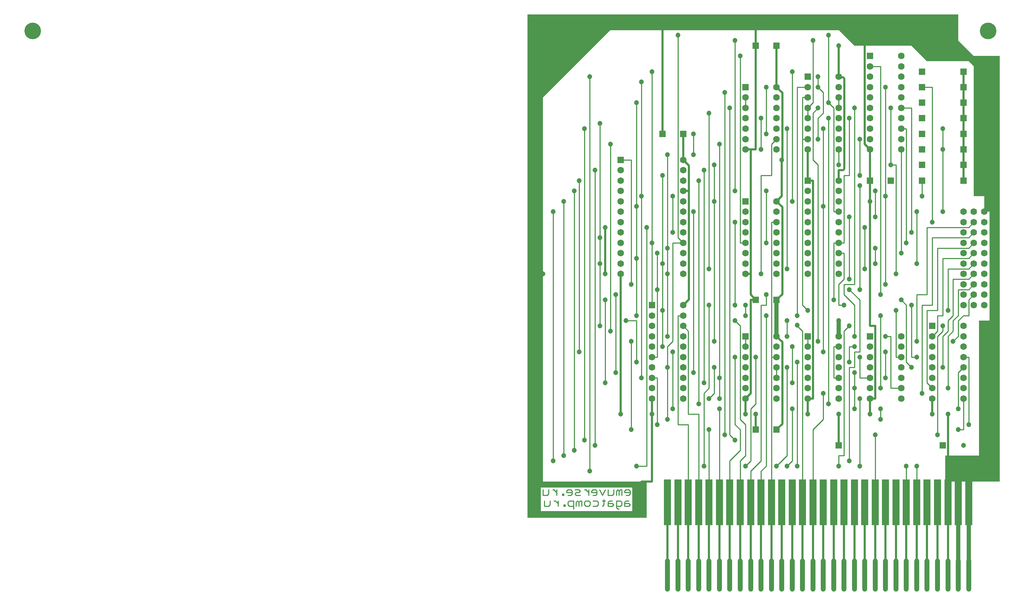
<source format=gbl>
G04*
G04 #@! TF.GenerationSoftware,Altium Limited,Altium Designer,23.6.0 (18)*
G04*
G04 Layer_Physical_Order=2*
G04 Layer_Color=16711680*
%FSLAX44Y44*%
%MOMM*%
G71*
G04*
G04 #@! TF.SameCoordinates,35715F93-6BA4-45ED-89E8-8F7F27010EA2*
G04*
G04*
G04 #@! TF.FilePolarity,Positive*
G04*
G01*
G75*
%ADD12C,0.2540*%
%ADD20R,1.7000X11.0000*%
G04:AMPARAMS|DCode=21|XSize=1.2mm|YSize=8mm|CornerRadius=0.6mm|HoleSize=0mm|Usage=FLASHONLY|Rotation=0.000|XOffset=0mm|YOffset=0mm|HoleType=Round|Shape=RoundedRectangle|*
%AMROUNDEDRECTD21*
21,1,1.2000,6.8000,0,0,0.0*
21,1,0.0000,8.0000,0,0,0.0*
1,1,1.2000,0.0000,-3.4000*
1,1,1.2000,0.0000,-3.4000*
1,1,1.2000,0.0000,3.4000*
1,1,1.2000,0.0000,3.4000*
%
%ADD21ROUNDEDRECTD21*%
%ADD22C,0.5001*%
%ADD23C,1.0000*%
%ADD24C,1.0000*%
%ADD25C,0.2500*%
%ADD26C,0.5500*%
%ADD27C,0.5000*%
%ADD29C,1.6000*%
%ADD30R,1.6000X1.6000*%
%ADD31R,1.6000X1.6000*%
%ADD32C,4.0000*%
%ADD33C,1.2000*%
G36*
X2612500Y1512500D02*
X2650000Y1475000D01*
X2712500D01*
Y450000D01*
X2581250D01*
Y512500D01*
X2662500D01*
Y837500D01*
X2687500D01*
Y1100000D01*
X2675000D01*
Y1137500D01*
X2650000D01*
Y1450000D01*
X2637500Y1462500D01*
X2537500D01*
X2500000Y1500000D01*
X2362500D01*
X2325000Y1537500D01*
X1775000D01*
X1612500Y1375000D01*
Y450000D01*
X1862500D01*
Y362500D01*
X1575000D01*
Y437500D01*
Y1575000D01*
X2612500D01*
Y1512500D01*
D02*
G37*
%LPC*%
G36*
X1827540Y435620D02*
X1607448D01*
Y378710D01*
X1827540D01*
Y435620D01*
D02*
G37*
%LPD*%
D12*
X1812463Y417211D02*
X1819128D01*
X1822460Y420543D01*
Y427207D01*
X1819128Y430540D01*
X1812463D01*
X1809131Y427207D01*
Y423875D01*
X1822460D01*
X1802466Y417211D02*
Y430540D01*
X1799134D01*
X1795802Y427207D01*
Y417211D01*
Y427207D01*
X1792470Y430540D01*
X1789137Y427207D01*
Y417211D01*
X1782473Y430540D02*
Y420543D01*
X1779141Y417211D01*
X1769144D01*
Y430540D01*
X1762479D02*
X1755815Y417211D01*
X1749150Y430540D01*
X1732489Y417211D02*
X1739153D01*
X1742486Y420543D01*
Y427207D01*
X1739153Y430540D01*
X1732489D01*
X1729157Y427207D01*
Y423875D01*
X1742486D01*
X1722492Y430540D02*
Y417211D01*
Y423875D01*
X1719160Y427207D01*
X1715828Y430540D01*
X1712495D01*
X1702499Y417211D02*
X1692502D01*
X1689170Y420543D01*
X1692502Y423875D01*
X1699166D01*
X1702499Y427207D01*
X1699166Y430540D01*
X1689170D01*
X1672508Y417211D02*
X1679173D01*
X1682505Y420543D01*
Y427207D01*
X1679173Y430540D01*
X1672508D01*
X1669176Y427207D01*
Y423875D01*
X1682505D01*
X1662511Y417211D02*
Y420543D01*
X1659179D01*
Y417211D01*
X1662511D01*
X1645850Y430540D02*
Y417211D01*
Y423875D01*
X1642518Y427207D01*
X1639186Y430540D01*
X1635853D01*
X1625857D02*
Y420543D01*
X1622524Y417211D01*
X1612528D01*
Y430540D01*
X1819128Y403783D02*
X1812463D01*
X1809131Y400451D01*
Y390454D01*
X1819128D01*
X1822460Y393787D01*
X1819128Y397119D01*
X1809131D01*
X1795802Y383790D02*
X1792470D01*
X1789137Y387122D01*
Y403783D01*
X1799134D01*
X1802466Y400451D01*
Y393787D01*
X1799134Y390454D01*
X1789137D01*
X1779141Y403783D02*
X1772476D01*
X1769144Y400451D01*
Y390454D01*
X1779141D01*
X1782473Y393787D01*
X1779141Y397119D01*
X1769144D01*
X1759147Y407116D02*
Y403783D01*
X1762479D01*
X1755815D01*
X1759147D01*
Y393787D01*
X1755815Y390454D01*
X1732489Y403783D02*
X1742486D01*
X1745818Y400451D01*
Y393787D01*
X1742486Y390454D01*
X1732489D01*
X1722492D02*
X1715828D01*
X1712496Y393787D01*
Y400451D01*
X1715828Y403783D01*
X1722492D01*
X1725824Y400451D01*
Y393787D01*
X1722492Y390454D01*
X1705831D02*
Y403783D01*
X1702499D01*
X1699166Y400451D01*
Y390454D01*
Y400451D01*
X1695834Y403783D01*
X1692502Y400451D01*
Y390454D01*
X1685837Y383790D02*
Y403783D01*
X1675841D01*
X1672508Y400451D01*
Y393787D01*
X1675841Y390454D01*
X1685837D01*
X1665844D02*
Y393787D01*
X1662512D01*
Y390454D01*
X1665844D01*
X1649182Y403783D02*
Y390454D01*
Y397119D01*
X1645850Y400451D01*
X1642518Y403783D01*
X1639186D01*
X1629189D02*
Y393787D01*
X1625857Y390454D01*
X1615860D01*
Y403783D01*
D20*
X1912500Y400000D02*
D03*
X1937498D02*
D03*
X1962500D02*
D03*
X1987501D02*
D03*
X2012500D02*
D03*
X2037501D02*
D03*
X2062499D02*
D03*
X2087501D02*
D03*
X2112499D02*
D03*
X2137500D02*
D03*
X2162499D02*
D03*
X2187500D02*
D03*
X2212499D02*
D03*
X2237500D02*
D03*
X2262499D02*
D03*
X2287500D02*
D03*
X2312499D02*
D03*
X2337500D02*
D03*
X2362499D02*
D03*
X2387500D02*
D03*
X2412499D02*
D03*
X2437500D02*
D03*
X2462499D02*
D03*
X2487500D02*
D03*
X2512498D02*
D03*
X2537500D02*
D03*
X2562498D02*
D03*
X2587500D02*
D03*
X2612501D02*
D03*
X2637499D02*
D03*
D21*
X2162499Y225000D02*
D03*
X2112499D02*
D03*
X2087501D02*
D03*
X2062499D02*
D03*
X2037501D02*
D03*
X2012500D02*
D03*
X1987501D02*
D03*
X1962500D02*
D03*
X1937498D02*
D03*
X1912500D02*
D03*
X2137500D02*
D03*
X2462499D02*
D03*
X2412499D02*
D03*
X2387500D02*
D03*
X2362499D02*
D03*
X2337500D02*
D03*
X2287500D02*
D03*
X2262499D02*
D03*
X2237500D02*
D03*
X2212499D02*
D03*
X2187500D02*
D03*
X2312499D02*
D03*
X2437500D02*
D03*
X2637499D02*
D03*
X2537500D02*
D03*
X2512498D02*
D03*
X2487500D02*
D03*
X2562498D02*
D03*
X2612501D02*
D03*
X2587500D02*
D03*
D22*
X1912500Y263001D02*
Y348301D01*
X1962500Y263001D02*
Y353301D01*
X1987501Y261002D02*
Y348301D01*
X2012500Y261002D02*
Y348301D01*
X2037501Y262001D02*
Y353301D01*
X2062499Y263001D02*
Y348301D01*
X2087501Y261002D02*
Y348301D01*
X2112499Y264002D02*
Y348301D01*
X2137500Y265000D02*
Y348301D01*
X2162499Y262001D02*
Y353301D01*
X2187500Y261002D02*
Y348301D01*
X2212499Y261002D02*
Y353301D01*
X2237500Y261002D02*
Y348301D01*
X2262499Y261002D02*
Y348301D01*
X2287500Y261002D02*
Y353301D01*
X2337500Y261002D02*
Y353301D01*
X2312499Y261002D02*
Y353301D01*
X2537500Y261002D02*
Y348301D01*
X2512498Y261002D02*
Y348301D01*
X2487500Y262001D02*
Y348301D01*
X2462499Y261002D02*
Y348301D01*
X2412499Y261002D02*
Y348301D01*
X2387500Y261002D02*
Y348301D01*
X2362499Y261002D02*
Y348301D01*
X2437500Y262001D02*
Y353301D01*
X2587500Y261002D02*
Y348301D01*
X2562498Y262001D02*
Y353301D01*
X1937498Y261002D02*
Y348301D01*
D23*
X2612501Y261002D02*
Y353301D01*
X2637499Y261002D02*
Y348301D01*
D24*
X2175000Y800000D02*
Y887500D01*
X2325000Y800000D02*
Y837500D01*
D25*
X2225000Y825000D02*
Y826658D01*
Y825000D02*
X2237500Y812500D01*
X2587500Y962500D02*
X2637500D01*
X2600000Y850000D02*
Y937500D01*
X2587500Y862500D02*
Y962500D01*
X2637500Y937500D02*
X2650000Y950000D01*
X2637500Y962500D02*
X2650000Y975000D01*
X2600000Y937500D02*
X2637500D01*
X2587500Y837500D02*
X2600000Y850000D01*
Y837500D02*
X2612500Y850000D01*
X2587500Y812500D02*
Y837500D01*
X2575000Y800000D02*
X2587500Y812500D01*
Y800000D02*
X2600000Y812500D01*
Y837500D01*
X2612500Y850000D02*
Y912500D01*
X2200000Y512500D02*
Y725000D01*
Y962500D02*
Y1300000D01*
X2350000Y1187500D02*
Y1325000D01*
X2337500Y925000D02*
X2362500D01*
X2337500Y900000D02*
Y925000D01*
X2362500D02*
Y1350000D01*
X2212500Y1125000D02*
Y1437500D01*
X2437500Y1137500D02*
Y1400000D01*
Y925000D02*
Y1137500D01*
X1850000D02*
Y1412500D01*
Y700000D02*
Y1137500D01*
X1875000Y1025000D02*
Y1437500D01*
Y875000D02*
Y1025000D01*
X1837500Y1112500D02*
Y1362500D01*
Y987500D02*
Y1112500D01*
Y850000D02*
Y987500D01*
X1887500Y912500D02*
Y1000000D01*
Y750000D02*
Y912500D01*
X1912500Y1012500D02*
Y1237500D01*
Y950000D02*
Y1012500D01*
Y800000D02*
Y950000D01*
X1900000Y975000D02*
Y1187500D01*
Y862500D02*
Y975000D01*
Y775000D02*
Y862500D01*
X2537500Y687500D02*
X2550000Y675000D01*
X2612500Y712500D02*
X2625000Y725000D01*
X2612500Y625000D02*
Y712500D01*
X1637500Y500000D02*
Y1100000D01*
X1662500Y512500D02*
Y1125000D01*
X1687500Y525000D02*
Y1150000D01*
X1700000Y762500D02*
Y1175000D01*
X1712500Y550000D02*
Y1300000D01*
X1725000Y475000D02*
Y1425000D01*
X1737500Y537500D02*
Y1200000D01*
X1750000Y825000D02*
Y1312500D01*
X1762500Y687500D02*
Y887500D01*
X1775000Y812500D02*
Y1262500D01*
X1787500Y712500D02*
Y900000D01*
X1825000Y575000D02*
Y787500D01*
X1837500Y737500D02*
Y837500D01*
X1812500D02*
X1837500D01*
X1800000Y1225000D02*
X1825000D01*
Y925000D02*
Y1225000D01*
X1837500Y487500D02*
X1862500D01*
Y1062500D01*
X1937500Y1037500D02*
Y1525000D01*
Y1037500D02*
X1950000Y1025000D01*
X1925000D02*
X1950000D01*
X1925000Y787500D02*
Y1025000D01*
X1912500Y775000D02*
X1925000Y787500D01*
X1912500Y725000D02*
Y775000D01*
Y600000D02*
Y725000D01*
X1887500Y587500D02*
Y700000D01*
X1875000D02*
X1887500D01*
X1962500Y450000D02*
Y587500D01*
X1937500D02*
X1962500D01*
X1937500D02*
Y850000D01*
X1950000D01*
X1925000Y625000D02*
Y762500D01*
X1875000Y750000D02*
X1887500D01*
X1975000Y1237500D02*
Y1287500D01*
X1950000Y825000D02*
X1962500Y812500D01*
Y612500D02*
Y812500D01*
Y612500D02*
X1987500D01*
Y450000D02*
Y612500D01*
X2000000Y487500D02*
Y662500D01*
X2012500Y675000D01*
Y875000D01*
X1975000Y712500D02*
Y1100000D01*
X1987500Y637500D02*
Y1175000D01*
X2000000Y687500D02*
Y1200000D01*
X2012500Y650000D02*
X2025000Y662500D01*
Y725000D01*
Y787500D02*
Y1212500D01*
X2012500Y962500D02*
Y1337500D01*
X2050000Y562500D02*
Y1387500D01*
X2037500Y650000D02*
Y1262500D01*
X2062500Y562500D02*
Y1350000D01*
Y562500D02*
X2075000Y550000D01*
X2037500Y450000D02*
Y625000D01*
X2012500Y450000D02*
Y575000D01*
X2062500Y450000D02*
Y500000D01*
X2087500Y525000D01*
Y575000D01*
X2075000Y587500D02*
X2087500Y575000D01*
X2075000Y587500D02*
Y750000D01*
X2100000Y775000D02*
Y800000D01*
Y850000D02*
Y875000D01*
X2075000Y837500D02*
X2087500Y825000D01*
Y600000D02*
Y825000D01*
Y600000D02*
X2100000Y587500D01*
Y512500D02*
Y587500D01*
X2087500Y500000D02*
X2100000Y512500D01*
X2087500Y450000D02*
Y500000D01*
X2100000Y487500D02*
X2112500Y500000D01*
Y625000D01*
X2125000Y637500D01*
Y750000D01*
X2087500Y1025000D02*
Y1475000D01*
Y1025000D02*
X2100000D01*
X2075000Y875000D02*
Y1075000D01*
X2137500Y950000D02*
Y1187500D01*
X2162500D01*
Y1262500D01*
X2175000Y1275000D01*
X2137500Y1250000D02*
Y1325000D01*
X2075000Y1150000D02*
Y1512500D01*
X2150000Y1287500D02*
Y1400000D01*
X2162500Y450000D02*
X2162500Y750000D01*
X2175000D01*
X2162500D02*
Y1075000D01*
X2175000D01*
X2150000Y1025000D02*
Y1150000D01*
X2225000Y1400000D02*
X2250000D01*
X2225000Y850000D02*
Y1400000D01*
X2237500Y875000D02*
X2250000Y862500D01*
X2237500Y875000D02*
Y1275000D01*
X2250000D01*
X2237500D02*
X2250000D01*
X2237500D02*
Y1375000D01*
X2250000D01*
X2262500Y1362500D02*
Y1512500D01*
X2250000Y1350000D02*
X2262500Y1362500D01*
X2250000Y1325000D02*
Y1350000D01*
X2275000Y1400000D02*
Y1425000D01*
Y1400000D02*
X2287500Y1387500D01*
Y1337500D02*
Y1387500D01*
X2275000Y1325000D02*
X2287500Y1337500D01*
X2275000Y1275000D02*
Y1325000D01*
X2262500Y1337500D02*
X2275000Y1350000D01*
X2262500Y1225000D02*
Y1337500D01*
Y1225000D02*
X2275000Y1212500D01*
Y787500D02*
Y1212500D01*
X2250000Y775000D02*
Y800000D01*
X2200000D02*
Y837500D01*
X2150000Y875000D02*
Y900000D01*
X2137500Y875000D02*
X2150000D01*
X2137500Y500000D02*
Y875000D01*
X2112500Y475000D02*
X2137500Y500000D01*
X2112500Y450000D02*
Y475000D01*
X2137500Y450000D02*
Y475000D01*
X2150000Y487500D01*
Y850000D01*
X2212500Y687500D02*
Y775000D01*
X2175000Y700000D02*
Y725000D01*
Y487500D02*
X2200000Y512500D01*
Y487500D02*
X2212500Y500000D01*
Y625000D01*
X2225000Y487500D02*
Y737500D01*
X2237500Y450000D02*
X2237500Y812500D01*
X2325000Y1212500D02*
Y1250000D01*
X2300000Y1362500D02*
Y1525000D01*
Y1362500D02*
X2312500Y1350000D01*
Y1100000D02*
Y1350000D01*
Y1100000D02*
X2325000D01*
X2287500Y1112500D02*
Y1300000D01*
Y762500D02*
Y1112500D01*
X2300000Y637500D02*
Y1325000D01*
X2287500Y600000D02*
Y662500D01*
X2262500Y575000D02*
X2287500Y600000D01*
X2262500Y450000D02*
Y575000D01*
X2325000Y487500D02*
Y512500D01*
X2337500D01*
Y812500D01*
X2350000Y825000D01*
X2312500Y775000D02*
X2325000D01*
X2312500Y700000D02*
Y775000D01*
Y700000D02*
X2325000D01*
X2350000Y775000D02*
X2362500D01*
X2350000Y737500D02*
Y775000D01*
X2375000Y487500D02*
Y650000D01*
X2350000Y500000D02*
Y725000D01*
X2362500D01*
Y762500D01*
X2375000D01*
Y887500D01*
X2350000Y912500D02*
X2375000Y887500D01*
X2362500Y800000D02*
Y875000D01*
X2337500Y900000D02*
X2362500Y875000D01*
X2337500Y1187500D02*
X2350000D01*
X2337500Y1025000D02*
Y1187500D01*
X2312500Y1025000D02*
X2337500D01*
X2312500Y887500D02*
Y1025000D01*
X2325000Y875000D02*
X2337500D01*
X2325000D02*
Y925000D01*
X2337500Y937500D01*
Y1000000D01*
X2325000D02*
X2337500D01*
X2350000Y937500D02*
Y1087500D01*
X2375000Y912500D02*
Y1162500D01*
X2387500Y962500D02*
Y1062500D01*
X2412500Y1087500D02*
Y1150000D01*
X2400000Y1450000D02*
X2425000D01*
Y900000D02*
Y1450000D01*
X2450000Y1212500D02*
Y1350000D01*
Y1212500D02*
X2462500D01*
Y950000D02*
Y1212500D01*
X2512500Y975000D02*
Y1100000D01*
X2525000Y1137500D02*
Y1175000D01*
X2412500Y975000D02*
Y1012500D01*
X2475000Y1000000D02*
Y1250000D01*
X2487500Y1025000D02*
Y1300000D01*
X2475000D02*
X2487500D01*
X2475000Y1350000D02*
X2500000D01*
Y1050000D02*
Y1350000D01*
X2550000Y1075000D02*
Y1400000D01*
X2525000D02*
X2550000D01*
X2575000Y1100000D02*
Y1300000D01*
X2375000Y1187500D02*
Y1275000D01*
X2412500Y450000D02*
Y562500D01*
X2487500Y450000D02*
Y487500D01*
X2512500Y450000D02*
Y487500D01*
X2562500Y562500D02*
Y800000D01*
X2575000Y812500D01*
Y825000D01*
X2550000Y800000D02*
X2562500Y812500D01*
Y850000D01*
X2575000D01*
Y987500D01*
X2637500D01*
X2650000Y1000000D01*
X2575000Y725000D02*
Y800000D01*
X2587500Y675000D02*
Y800000D01*
X2612500Y912500D02*
X2637500D01*
X2650000Y925000D01*
X2600000Y787500D02*
X2612500Y800000D01*
Y837500D01*
X2625000Y850000D01*
X2637500D01*
Y887500D01*
X2650000Y900000D01*
X2637500Y1012500D02*
X2650000Y1025000D01*
X2562500Y1012500D02*
X2637500D01*
X2562500Y862500D02*
Y1012500D01*
X2537500Y862500D02*
X2562500D01*
X2537500Y687500D02*
Y862500D01*
X2525000Y662500D02*
Y875000D01*
X2550000D01*
Y1037500D01*
X2637500D01*
X2650000Y1050000D01*
X2512500Y787500D02*
Y900000D01*
X2537500D01*
Y1062500D01*
X2637500D01*
X2650000Y1075000D01*
X2487500Y737500D02*
X2500000Y725000D01*
X2487500Y737500D02*
Y875000D01*
X2475000Y887500D02*
X2487500Y875000D01*
X2462500Y750000D02*
X2475000D01*
X2462500D02*
Y862500D01*
X2437500Y800000D02*
X2450000D01*
Y675000D02*
Y800000D01*
Y675000D02*
X2475000D01*
X2437500Y700000D02*
Y762500D01*
X2425000Y675000D02*
Y850000D01*
X2375000Y700000D02*
Y750000D01*
Y700000D02*
X2400000D01*
X2362500Y625000D02*
Y712500D01*
X1925000Y1050000D02*
Y1137500D01*
X2325000Y1350000D02*
Y1375000D01*
X2100000Y1350000D02*
Y1375000D01*
X2425000Y600000D02*
Y625000D01*
X2612500Y575000D02*
X2625000D01*
Y650000D01*
X2637500Y587500D02*
Y750000D01*
X2625000D02*
X2637500D01*
X2500000D02*
Y875000D01*
Y750000D02*
X2512500D01*
D26*
X1963678Y1150000D02*
Y1211322D01*
Y888678D02*
Y1150000D01*
X1950000Y1150000D02*
X1963678D01*
X1963678Y1150000D01*
X2625000Y1212500D02*
Y1437500D01*
X2175000Y800000D02*
X2189093Y785907D01*
X2175000Y575000D02*
X2189093Y589093D01*
Y785907D01*
X2175000Y1125000D02*
X2188992Y1111008D01*
X2175000Y887500D02*
X2188992Y901492D01*
Y1111008D01*
X1950000Y875000D02*
X1963678Y888678D01*
X1950000Y1225000D02*
X1963678Y1211322D01*
X2175000Y1400000D02*
X2189016Y1385984D01*
X2187500Y1225000D02*
X2188744Y1226244D01*
Y1230840D01*
X2189016Y1231112D01*
Y1385984D01*
X2325000Y1200000D02*
X2335211D01*
X2325000Y1425000D02*
X2326770Y1423230D01*
X2335211D01*
X2338432Y1420008D01*
Y1203222D02*
Y1420008D01*
X2335211Y1200000D02*
X2338432Y1203222D01*
X2187500Y1137500D02*
Y1225000D01*
X2625000Y1175000D02*
Y1212500D01*
X1950000Y1225000D02*
Y1287500D01*
X2175000Y1400000D02*
Y1500000D01*
Y1125000D02*
X2187500Y1137500D01*
X2325000Y1425000D02*
Y1500000D01*
Y1175000D02*
Y1200000D01*
D27*
X2400000Y1175000D02*
Y1250000D01*
Y1125000D02*
Y1175000D01*
Y825000D02*
Y1125000D01*
X1762500Y950000D02*
Y1062500D01*
X1800000Y612500D02*
Y950000D01*
X1900000Y1287500D02*
Y1550000D01*
X1875000Y450000D02*
Y650000D01*
X1850000Y450000D02*
X1875000D01*
X2100000Y612500D02*
Y650000D01*
X2112500Y662500D01*
Y887500D01*
X2125000D01*
X2112500Y900000D02*
X2125000Y887500D01*
X2112500Y900000D02*
Y950000D01*
X2100000D02*
X2112500D01*
Y1250000D01*
X2100000D02*
X2125000D01*
Y1550000D01*
X2250000Y612500D02*
Y650000D01*
X2262500D01*
Y1175000D01*
X2250000D02*
X2262500D01*
X2250000D02*
Y1250000D01*
X2325000Y537500D02*
Y612500D01*
X2400000D02*
Y650000D01*
X2412500D01*
Y825000D01*
X2400000D02*
X2412500D01*
X2387500Y1262500D02*
X2400000Y1250000D01*
X2387500Y1262500D02*
Y1512500D01*
X2125000Y575000D02*
Y612500D01*
X2550000D02*
Y650000D01*
X2587500Y500000D02*
Y612500D01*
D29*
X2675000Y1100000D02*
D03*
X2650000D02*
D03*
X2625000D02*
D03*
X2675000Y1075000D02*
D03*
X2650000D02*
D03*
X2625000D02*
D03*
X2675000Y1050000D02*
D03*
X2650000D02*
D03*
X2625000D02*
D03*
X2675000Y1025000D02*
D03*
X2650000D02*
D03*
X2625000D02*
D03*
X2675000Y1000000D02*
D03*
X2650000D02*
D03*
X2625000D02*
D03*
X2675000Y975000D02*
D03*
X2650000D02*
D03*
X2625000D02*
D03*
X2675000Y950000D02*
D03*
X2650000D02*
D03*
X2625000D02*
D03*
X2675000Y925000D02*
D03*
X2650000D02*
D03*
X2625000D02*
D03*
X2675000Y900000D02*
D03*
X2650000D02*
D03*
X2625000D02*
D03*
X2675000Y875000D02*
D03*
X2650000D02*
D03*
X2625000D02*
D03*
X1950000Y775000D02*
D03*
Y750000D02*
D03*
Y700000D02*
D03*
Y725000D02*
D03*
Y675000D02*
D03*
X1875000Y650000D02*
D03*
Y675000D02*
D03*
Y700000D02*
D03*
Y725000D02*
D03*
Y750000D02*
D03*
Y775000D02*
D03*
Y825000D02*
D03*
Y800000D02*
D03*
Y850000D02*
D03*
X1950000Y825000D02*
D03*
Y800000D02*
D03*
Y850000D02*
D03*
Y875000D02*
D03*
Y650000D02*
D03*
X2250000Y775000D02*
D03*
Y725000D02*
D03*
Y750000D02*
D03*
Y700000D02*
D03*
Y675000D02*
D03*
Y650000D02*
D03*
X2325000D02*
D03*
Y675000D02*
D03*
Y700000D02*
D03*
Y725000D02*
D03*
Y750000D02*
D03*
Y800000D02*
D03*
Y775000D02*
D03*
X2100000D02*
D03*
Y725000D02*
D03*
Y750000D02*
D03*
Y700000D02*
D03*
Y675000D02*
D03*
Y650000D02*
D03*
X2175000D02*
D03*
Y675000D02*
D03*
Y700000D02*
D03*
Y725000D02*
D03*
Y750000D02*
D03*
Y800000D02*
D03*
Y775000D02*
D03*
X2550000Y800000D02*
D03*
Y750000D02*
D03*
Y775000D02*
D03*
Y725000D02*
D03*
Y700000D02*
D03*
Y675000D02*
D03*
Y650000D02*
D03*
X2625000D02*
D03*
Y675000D02*
D03*
Y700000D02*
D03*
Y725000D02*
D03*
Y775000D02*
D03*
Y750000D02*
D03*
Y800000D02*
D03*
Y825000D02*
D03*
X2400000Y775000D02*
D03*
Y725000D02*
D03*
Y750000D02*
D03*
Y700000D02*
D03*
Y675000D02*
D03*
Y650000D02*
D03*
X2475000D02*
D03*
Y675000D02*
D03*
Y700000D02*
D03*
Y725000D02*
D03*
Y750000D02*
D03*
Y800000D02*
D03*
Y775000D02*
D03*
X2325000Y1175000D02*
D03*
Y1150000D02*
D03*
Y1125000D02*
D03*
Y1100000D02*
D03*
X2250000Y1150000D02*
D03*
Y1100000D02*
D03*
Y1125000D02*
D03*
Y1075000D02*
D03*
Y1050000D02*
D03*
Y1025000D02*
D03*
Y1000000D02*
D03*
Y975000D02*
D03*
Y950000D02*
D03*
X2325000D02*
D03*
Y975000D02*
D03*
Y1025000D02*
D03*
Y1000000D02*
D03*
Y1050000D02*
D03*
Y1075000D02*
D03*
X2100000Y1100000D02*
D03*
Y1050000D02*
D03*
Y1075000D02*
D03*
Y1025000D02*
D03*
Y1000000D02*
D03*
Y975000D02*
D03*
Y950000D02*
D03*
X2175000D02*
D03*
Y975000D02*
D03*
Y1000000D02*
D03*
Y1025000D02*
D03*
Y1075000D02*
D03*
Y1050000D02*
D03*
Y1100000D02*
D03*
Y1125000D02*
D03*
X2475000Y1475000D02*
D03*
Y1450000D02*
D03*
Y1425000D02*
D03*
Y1400000D02*
D03*
X2400000Y1450000D02*
D03*
Y1400000D02*
D03*
Y1425000D02*
D03*
Y1375000D02*
D03*
Y1350000D02*
D03*
Y1325000D02*
D03*
Y1300000D02*
D03*
Y1275000D02*
D03*
Y1250000D02*
D03*
X2475000D02*
D03*
Y1275000D02*
D03*
Y1325000D02*
D03*
Y1300000D02*
D03*
Y1350000D02*
D03*
Y1375000D02*
D03*
X2250000Y1400000D02*
D03*
Y1350000D02*
D03*
Y1375000D02*
D03*
Y1325000D02*
D03*
Y1300000D02*
D03*
Y1275000D02*
D03*
Y1250000D02*
D03*
X2325000D02*
D03*
Y1275000D02*
D03*
Y1300000D02*
D03*
Y1325000D02*
D03*
Y1375000D02*
D03*
Y1350000D02*
D03*
Y1400000D02*
D03*
Y1425000D02*
D03*
X2100000Y1375000D02*
D03*
Y1325000D02*
D03*
Y1350000D02*
D03*
Y1300000D02*
D03*
Y1275000D02*
D03*
Y1250000D02*
D03*
X2175000D02*
D03*
Y1275000D02*
D03*
Y1300000D02*
D03*
Y1325000D02*
D03*
Y1350000D02*
D03*
Y1400000D02*
D03*
Y1375000D02*
D03*
X1950000Y1025000D02*
D03*
Y1000000D02*
D03*
Y950000D02*
D03*
Y975000D02*
D03*
X1800000Y950000D02*
D03*
Y975000D02*
D03*
Y1000000D02*
D03*
Y1025000D02*
D03*
Y1050000D02*
D03*
Y1075000D02*
D03*
Y1100000D02*
D03*
Y1125000D02*
D03*
Y1175000D02*
D03*
Y1150000D02*
D03*
Y1200000D02*
D03*
X1950000Y1075000D02*
D03*
Y1050000D02*
D03*
Y1100000D02*
D03*
Y1125000D02*
D03*
Y1175000D02*
D03*
Y1150000D02*
D03*
Y1200000D02*
D03*
Y1225000D02*
D03*
D30*
X1875000Y875000D02*
D03*
X2250000Y800000D02*
D03*
X2100000D02*
D03*
X2550000Y825000D02*
D03*
X2400000Y800000D02*
D03*
X2250000Y1175000D02*
D03*
X2100000Y1125000D02*
D03*
X2400000Y1475000D02*
D03*
X2250000Y1425000D02*
D03*
X2100000Y1400000D02*
D03*
X1800000Y1225000D02*
D03*
D31*
X2400000Y1175000D02*
D03*
X2450000D02*
D03*
X2325000Y537500D02*
D03*
X2575000D02*
D03*
X2525000Y1175000D02*
D03*
X2625000D02*
D03*
X2525000Y1212500D02*
D03*
X2625000D02*
D03*
X2525000Y1250000D02*
D03*
X2625000D02*
D03*
X2525000Y1287500D02*
D03*
X2625000D02*
D03*
X2525000Y1325000D02*
D03*
X2625000D02*
D03*
X2525000Y1362500D02*
D03*
X2625000D02*
D03*
X2525000Y1400000D02*
D03*
X2625000D02*
D03*
X2525000Y1437500D02*
D03*
X2625000D02*
D03*
X1900000Y1287500D02*
D03*
X1950000D02*
D03*
X2125000Y887500D02*
D03*
X2175000D02*
D03*
X2125000Y575000D02*
D03*
X2175000D02*
D03*
X2125000Y1500000D02*
D03*
X2175000D02*
D03*
D32*
X384000Y1535000D02*
D03*
X2684000D02*
D03*
D33*
X2225000Y826658D02*
D03*
X2587500Y862500D02*
D03*
X2200000Y725000D02*
D03*
Y962500D02*
D03*
Y1300000D02*
D03*
X2350000Y1325000D02*
D03*
X2625000Y537500D02*
D03*
X2512500Y750000D02*
D03*
X1612500Y950000D02*
D03*
X2425000Y850000D02*
D03*
X1762500Y950000D02*
D03*
X1850000Y700000D02*
D03*
X1762500Y687500D02*
D03*
X2437500Y800000D02*
D03*
Y762500D02*
D03*
X2225000Y850000D02*
D03*
X2200000Y837500D02*
D03*
Y800000D02*
D03*
X2212500Y775000D02*
D03*
X2225000Y737500D02*
D03*
X2125000Y750000D02*
D03*
X2150000Y900000D02*
D03*
Y850000D02*
D03*
X2137500Y950000D02*
D03*
X2150000Y1025000D02*
D03*
X2212500Y1125000D02*
D03*
X2187500Y1225000D02*
D03*
X2150000Y1150000D02*
D03*
X2137500Y1250000D02*
D03*
X2150000Y1287500D02*
D03*
X1937500Y1525000D02*
D03*
X2075000Y1512500D02*
D03*
X2087500Y1475000D02*
D03*
X2137500Y1325000D02*
D03*
X2150000Y1400000D02*
D03*
X2212500Y1437500D02*
D03*
X2262500Y1512500D02*
D03*
X2300000Y1525000D02*
D03*
X2325000Y1500000D02*
D03*
X2275000Y1425000D02*
D03*
Y1400000D02*
D03*
Y1350000D02*
D03*
X2300000Y1362500D02*
D03*
Y1325000D02*
D03*
X2287500Y1300000D02*
D03*
X2275000Y1275000D02*
D03*
X2437500Y1400000D02*
D03*
X2450000Y1350000D02*
D03*
X2362500D02*
D03*
X2375000Y1275000D02*
D03*
X2575000Y1300000D02*
D03*
Y1250000D02*
D03*
X2500000Y1050000D02*
D03*
X2450000Y1212500D02*
D03*
X2325000D02*
D03*
X2287500Y1112500D02*
D03*
X2375000Y1187500D02*
D03*
Y1162500D02*
D03*
X2350000Y1087500D02*
D03*
X2387500Y1062500D02*
D03*
X2412500Y1150000D02*
D03*
Y1087500D02*
D03*
X2400000Y1125000D02*
D03*
X2437500Y1137500D02*
D03*
X2525000D02*
D03*
X2512500Y1100000D02*
D03*
X2575000D02*
D03*
X2550000Y1075000D02*
D03*
X2250000Y862500D02*
D03*
X2487500Y1025000D02*
D03*
X2512500Y975000D02*
D03*
X2475000Y1000000D02*
D03*
X2462500Y950000D02*
D03*
X2437500Y925000D02*
D03*
X2425000Y900000D02*
D03*
X2412500Y1012500D02*
D03*
Y975000D02*
D03*
X2387500Y962500D02*
D03*
X2350000Y937500D02*
D03*
X2375000Y912500D02*
D03*
X2350000D02*
D03*
X2312500Y887500D02*
D03*
X2337500Y875000D02*
D03*
X2275000Y787500D02*
D03*
X2287500Y762500D02*
D03*
X2325000Y837500D02*
D03*
X2350000Y825000D02*
D03*
X2362500Y800000D02*
D03*
Y775000D02*
D03*
X2350000Y737500D02*
D03*
X2375000Y750000D02*
D03*
X2575000Y825000D02*
D03*
X2462500Y862500D02*
D03*
X2475000Y887500D02*
D03*
X2500000Y875000D02*
D03*
X2512500Y787500D02*
D03*
X2600000D02*
D03*
X2575000Y725000D02*
D03*
X2587500Y675000D02*
D03*
X2612500Y625000D02*
D03*
X2587500Y612500D02*
D03*
X2637500Y587500D02*
D03*
X2612500Y575000D02*
D03*
X2562500Y562500D02*
D03*
X2550000Y612500D02*
D03*
X2525000Y662500D02*
D03*
X2500000Y725000D02*
D03*
X2437500Y700000D02*
D03*
X2425000Y675000D02*
D03*
X2125000Y612500D02*
D03*
X2212500Y687500D02*
D03*
Y625000D02*
D03*
X2250000Y612500D02*
D03*
X2287500Y662500D02*
D03*
X2300000Y637500D02*
D03*
X2325000Y612500D02*
D03*
X2362500Y712500D02*
D03*
Y675000D02*
D03*
X2375000Y650000D02*
D03*
X2362500Y625000D02*
D03*
X2400000Y612500D02*
D03*
X2425000Y625000D02*
D03*
Y600000D02*
D03*
X2412500Y562500D02*
D03*
X2512500Y487500D02*
D03*
X2487500D02*
D03*
X2375000D02*
D03*
X2350000Y500000D02*
D03*
X2325000Y487500D02*
D03*
X2225000D02*
D03*
X2200000D02*
D03*
X2175000D02*
D03*
X2100000Y612500D02*
D03*
X1925000Y625000D02*
D03*
X2037500D02*
D03*
X2100000Y487500D02*
D03*
X2000000D02*
D03*
X1637500Y500000D02*
D03*
X1662500Y512500D02*
D03*
X1687500Y525000D02*
D03*
X1712500Y550000D02*
D03*
X1737500Y537500D02*
D03*
X1725000Y475000D02*
D03*
X1837500Y487500D02*
D03*
X1825000Y575000D02*
D03*
X1800000Y612500D02*
D03*
X1875000D02*
D03*
X1887500Y587500D02*
D03*
X1912500Y600000D02*
D03*
X2012500Y575000D02*
D03*
X2050000Y562500D02*
D03*
X2075000Y550000D02*
D03*
X2037500Y650000D02*
D03*
X2012500D02*
D03*
X1987500Y637500D02*
D03*
X2000000Y687500D02*
D03*
X2037500Y700000D02*
D03*
X2100000Y850000D02*
D03*
Y875000D02*
D03*
X2075000D02*
D03*
Y837500D02*
D03*
Y750000D02*
D03*
X1975000Y712500D02*
D03*
X2025000Y725000D02*
D03*
Y787500D02*
D03*
X2012500Y875000D02*
D03*
X1925000Y762500D02*
D03*
X1912500Y725000D02*
D03*
X1900000Y775000D02*
D03*
X1912500Y800000D02*
D03*
X1900000Y862500D02*
D03*
X1887500Y912500D02*
D03*
X1787500Y712500D02*
D03*
X1837500Y737500D02*
D03*
Y850000D02*
D03*
X1812500Y837500D02*
D03*
X1825000Y787500D02*
D03*
X1700000Y762500D02*
D03*
X1750000Y825000D02*
D03*
X1775000Y812500D02*
D03*
X1762500Y887500D02*
D03*
X1787500Y900000D02*
D03*
X1825000Y925000D02*
D03*
X1912500Y950000D02*
D03*
X2012500Y962500D02*
D03*
X2075000Y1075000D02*
D03*
Y1150000D02*
D03*
X2025000Y1125000D02*
D03*
X2000000Y1200000D02*
D03*
X1987500Y1175000D02*
D03*
X1975000Y1100000D02*
D03*
X1900000Y975000D02*
D03*
X1925000Y1137500D02*
D03*
Y1050000D02*
D03*
X1912500Y1012500D02*
D03*
X1887500Y1000000D02*
D03*
X1875000Y1025000D02*
D03*
X1862500Y1062500D02*
D03*
X1837500Y987500D02*
D03*
Y1112500D02*
D03*
X1850000Y1137500D02*
D03*
X1900000Y1187500D02*
D03*
X1750000Y975000D02*
D03*
Y1037500D02*
D03*
X1762500Y1062500D02*
D03*
X1637500Y1100000D02*
D03*
X1662500Y1125000D02*
D03*
X1687500Y1150000D02*
D03*
X1700000Y1175000D02*
D03*
X1737500Y1200000D02*
D03*
X1912500Y1237500D02*
D03*
X2025000Y1212500D02*
D03*
X2037500Y1262500D02*
D03*
X1975000Y1237500D02*
D03*
Y1287500D02*
D03*
X2050000Y1387500D02*
D03*
X2062500Y1350000D02*
D03*
X2012500Y1337500D02*
D03*
X1775000Y1262500D02*
D03*
X1712500Y1300000D02*
D03*
X1750000Y1312500D02*
D03*
X1837500Y1362500D02*
D03*
X1875000Y1437500D02*
D03*
X1850000Y1412500D02*
D03*
X1725000Y1425000D02*
D03*
M02*

</source>
